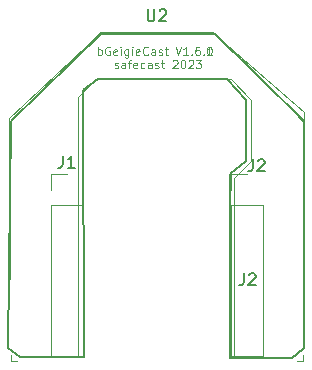
<source format=gto>
<<<<<<< HEAD
G04 #@! TF.GenerationSoftware,KiCad,Pcbnew,7.99.0-unknown-556120554e~172~ubuntu22.04.1*
G04 #@! TF.CreationDate,2023-08-17T23:45:12+09:00*
=======
G04 #@! TF.GenerationSoftware,KiCad,Pcbnew,7.99.0-unknown-4c4bbdc8f3~172~ubuntu22.04.1*
G04 #@! TF.CreationDate,2023-08-08T20:27:13+09:00*
>>>>>>> 19db055ad74dc80f637f43bf08fee7929738abcf
G04 #@! TF.ProjectId,bGeigieCast V1.6.0(StampS3),62476569-6769-4654-9361-73742056312e,rev?*
G04 #@! TF.SameCoordinates,Original*
G04 #@! TF.FileFunction,Legend,Top*
G04 #@! TF.FilePolarity,Positive*
%FSLAX46Y46*%
G04 Gerber Fmt 4.6, Leading zero omitted, Abs format (unit mm)*
<<<<<<< HEAD
G04 Created by KiCad (PCBNEW 7.99.0-unknown-556120554e~172~ubuntu22.04.1) date 2023-08-17 23:45:12*
=======
G04 Created by KiCad (PCBNEW 7.99.0-unknown-4c4bbdc8f3~172~ubuntu22.04.1) date 2023-08-08 20:27:13*
>>>>>>> 19db055ad74dc80f637f43bf08fee7929738abcf
%MOMM*%
%LPD*%
G01*
G04 APERTURE LIST*
%ADD10C,0.100000*%
%ADD11C,0.150000*%
<<<<<<< HEAD
G04 #@! TA.AperFunction,Profile*
%ADD12C,0.150000*%
G04 #@! TD*
G04 APERTURE END LIST*
D10*
X143429334Y-93171153D02*
X143429334Y-92471153D01*
X143429334Y-92737820D02*
X143496001Y-92704486D01*
X143496001Y-92704486D02*
X143629334Y-92704486D01*
X143629334Y-92704486D02*
X143696001Y-92737820D01*
X143696001Y-92737820D02*
X143729334Y-92771153D01*
X143729334Y-92771153D02*
X143762668Y-92837820D01*
X143762668Y-92837820D02*
X143762668Y-93037820D01*
X143762668Y-93037820D02*
X143729334Y-93104486D01*
X143729334Y-93104486D02*
X143696001Y-93137820D01*
X143696001Y-93137820D02*
X143629334Y-93171153D01*
X143629334Y-93171153D02*
X143496001Y-93171153D01*
X143496001Y-93171153D02*
X143429334Y-93137820D01*
X144429334Y-92504486D02*
X144362667Y-92471153D01*
X144362667Y-92471153D02*
X144262667Y-92471153D01*
X144262667Y-92471153D02*
X144162667Y-92504486D01*
X144162667Y-92504486D02*
X144096001Y-92571153D01*
X144096001Y-92571153D02*
X144062667Y-92637820D01*
X144062667Y-92637820D02*
X144029334Y-92771153D01*
X144029334Y-92771153D02*
X144029334Y-92871153D01*
X144029334Y-92871153D02*
X144062667Y-93004486D01*
X144062667Y-93004486D02*
X144096001Y-93071153D01*
X144096001Y-93071153D02*
X144162667Y-93137820D01*
X144162667Y-93137820D02*
X144262667Y-93171153D01*
X144262667Y-93171153D02*
X144329334Y-93171153D01*
X144329334Y-93171153D02*
X144429334Y-93137820D01*
X144429334Y-93137820D02*
X144462667Y-93104486D01*
X144462667Y-93104486D02*
X144462667Y-92871153D01*
X144462667Y-92871153D02*
X144329334Y-92871153D01*
X145029334Y-93137820D02*
X144962667Y-93171153D01*
X144962667Y-93171153D02*
X144829334Y-93171153D01*
X144829334Y-93171153D02*
X144762667Y-93137820D01*
X144762667Y-93137820D02*
X144729334Y-93071153D01*
X144729334Y-93071153D02*
X144729334Y-92804486D01*
X144729334Y-92804486D02*
X144762667Y-92737820D01*
X144762667Y-92737820D02*
X144829334Y-92704486D01*
X144829334Y-92704486D02*
X144962667Y-92704486D01*
X144962667Y-92704486D02*
X145029334Y-92737820D01*
X145029334Y-92737820D02*
X145062667Y-92804486D01*
X145062667Y-92804486D02*
X145062667Y-92871153D01*
X145062667Y-92871153D02*
X144729334Y-92937820D01*
X145362667Y-93171153D02*
X145362667Y-92704486D01*
X145362667Y-92471153D02*
X145329334Y-92504486D01*
X145329334Y-92504486D02*
X145362667Y-92537820D01*
X145362667Y-92537820D02*
X145396001Y-92504486D01*
X145396001Y-92504486D02*
X145362667Y-92471153D01*
X145362667Y-92471153D02*
X145362667Y-92537820D01*
X145996000Y-92704486D02*
X145996000Y-93271153D01*
X145996000Y-93271153D02*
X145962667Y-93337820D01*
X145962667Y-93337820D02*
X145929334Y-93371153D01*
X145929334Y-93371153D02*
X145862667Y-93404486D01*
X145862667Y-93404486D02*
X145762667Y-93404486D01*
X145762667Y-93404486D02*
X145696000Y-93371153D01*
X145996000Y-93137820D02*
X145929334Y-93171153D01*
X145929334Y-93171153D02*
X145796000Y-93171153D01*
X145796000Y-93171153D02*
X145729334Y-93137820D01*
X145729334Y-93137820D02*
X145696000Y-93104486D01*
X145696000Y-93104486D02*
X145662667Y-93037820D01*
X145662667Y-93037820D02*
X145662667Y-92837820D01*
X145662667Y-92837820D02*
X145696000Y-92771153D01*
X145696000Y-92771153D02*
X145729334Y-92737820D01*
X145729334Y-92737820D02*
X145796000Y-92704486D01*
X145796000Y-92704486D02*
X145929334Y-92704486D01*
X145929334Y-92704486D02*
X145996000Y-92737820D01*
X146329333Y-93171153D02*
X146329333Y-92704486D01*
X146329333Y-92471153D02*
X146296000Y-92504486D01*
X146296000Y-92504486D02*
X146329333Y-92537820D01*
X146329333Y-92537820D02*
X146362667Y-92504486D01*
X146362667Y-92504486D02*
X146329333Y-92471153D01*
X146329333Y-92471153D02*
X146329333Y-92537820D01*
X146929333Y-93137820D02*
X146862666Y-93171153D01*
X146862666Y-93171153D02*
X146729333Y-93171153D01*
X146729333Y-93171153D02*
X146662666Y-93137820D01*
X146662666Y-93137820D02*
X146629333Y-93071153D01*
X146629333Y-93071153D02*
X146629333Y-92804486D01*
X146629333Y-92804486D02*
X146662666Y-92737820D01*
X146662666Y-92737820D02*
X146729333Y-92704486D01*
X146729333Y-92704486D02*
X146862666Y-92704486D01*
X146862666Y-92704486D02*
X146929333Y-92737820D01*
X146929333Y-92737820D02*
X146962666Y-92804486D01*
X146962666Y-92804486D02*
X146962666Y-92871153D01*
X146962666Y-92871153D02*
X146629333Y-92937820D01*
X147662666Y-93104486D02*
X147629333Y-93137820D01*
X147629333Y-93137820D02*
X147529333Y-93171153D01*
X147529333Y-93171153D02*
X147462666Y-93171153D01*
X147462666Y-93171153D02*
X147362666Y-93137820D01*
X147362666Y-93137820D02*
X147296000Y-93071153D01*
X147296000Y-93071153D02*
X147262666Y-93004486D01*
X147262666Y-93004486D02*
X147229333Y-92871153D01*
X147229333Y-92871153D02*
X147229333Y-92771153D01*
X147229333Y-92771153D02*
X147262666Y-92637820D01*
X147262666Y-92637820D02*
X147296000Y-92571153D01*
X147296000Y-92571153D02*
X147362666Y-92504486D01*
X147362666Y-92504486D02*
X147462666Y-92471153D01*
X147462666Y-92471153D02*
X147529333Y-92471153D01*
X147529333Y-92471153D02*
X147629333Y-92504486D01*
X147629333Y-92504486D02*
X147662666Y-92537820D01*
X148262666Y-93171153D02*
X148262666Y-92804486D01*
X148262666Y-92804486D02*
X148229333Y-92737820D01*
X148229333Y-92737820D02*
X148162666Y-92704486D01*
X148162666Y-92704486D02*
X148029333Y-92704486D01*
X148029333Y-92704486D02*
X147962666Y-92737820D01*
X148262666Y-93137820D02*
X148196000Y-93171153D01*
X148196000Y-93171153D02*
X148029333Y-93171153D01*
X148029333Y-93171153D02*
X147962666Y-93137820D01*
X147962666Y-93137820D02*
X147929333Y-93071153D01*
X147929333Y-93071153D02*
X147929333Y-93004486D01*
X147929333Y-93004486D02*
X147962666Y-92937820D01*
X147962666Y-92937820D02*
X148029333Y-92904486D01*
X148029333Y-92904486D02*
X148196000Y-92904486D01*
X148196000Y-92904486D02*
X148262666Y-92871153D01*
X148562666Y-93137820D02*
X148629333Y-93171153D01*
X148629333Y-93171153D02*
X148762666Y-93171153D01*
X148762666Y-93171153D02*
X148829333Y-93137820D01*
X148829333Y-93137820D02*
X148862666Y-93071153D01*
X148862666Y-93071153D02*
X148862666Y-93037820D01*
X148862666Y-93037820D02*
X148829333Y-92971153D01*
X148829333Y-92971153D02*
X148762666Y-92937820D01*
X148762666Y-92937820D02*
X148662666Y-92937820D01*
X148662666Y-92937820D02*
X148595999Y-92904486D01*
X148595999Y-92904486D02*
X148562666Y-92837820D01*
X148562666Y-92837820D02*
X148562666Y-92804486D01*
X148562666Y-92804486D02*
X148595999Y-92737820D01*
X148595999Y-92737820D02*
X148662666Y-92704486D01*
X148662666Y-92704486D02*
X148762666Y-92704486D01*
X148762666Y-92704486D02*
X148829333Y-92737820D01*
X149062666Y-92704486D02*
X149329333Y-92704486D01*
X149162666Y-92471153D02*
X149162666Y-93071153D01*
X149162666Y-93071153D02*
X149196000Y-93137820D01*
X149196000Y-93137820D02*
X149262666Y-93171153D01*
X149262666Y-93171153D02*
X149329333Y-93171153D01*
X149995999Y-92471153D02*
X150229333Y-93171153D01*
X150229333Y-93171153D02*
X150462666Y-92471153D01*
X151062666Y-93171153D02*
X150662666Y-93171153D01*
X150862666Y-93171153D02*
X150862666Y-92471153D01*
X150862666Y-92471153D02*
X150795999Y-92571153D01*
X150795999Y-92571153D02*
X150729333Y-92637820D01*
X150729333Y-92637820D02*
X150662666Y-92671153D01*
X151362666Y-93104486D02*
X151396000Y-93137820D01*
X151396000Y-93137820D02*
X151362666Y-93171153D01*
X151362666Y-93171153D02*
X151329333Y-93137820D01*
X151329333Y-93137820D02*
X151362666Y-93104486D01*
X151362666Y-93104486D02*
X151362666Y-93171153D01*
X151995999Y-92471153D02*
X151862666Y-92471153D01*
X151862666Y-92471153D02*
X151795999Y-92504486D01*
X151795999Y-92504486D02*
X151762666Y-92537820D01*
X151762666Y-92537820D02*
X151695999Y-92637820D01*
X151695999Y-92637820D02*
X151662666Y-92771153D01*
X151662666Y-92771153D02*
X151662666Y-93037820D01*
X151662666Y-93037820D02*
X151695999Y-93104486D01*
X151695999Y-93104486D02*
X151729333Y-93137820D01*
X151729333Y-93137820D02*
X151795999Y-93171153D01*
X151795999Y-93171153D02*
X151929333Y-93171153D01*
X151929333Y-93171153D02*
X151995999Y-93137820D01*
X151995999Y-93137820D02*
X152029333Y-93104486D01*
X152029333Y-93104486D02*
X152062666Y-93037820D01*
X152062666Y-93037820D02*
X152062666Y-92871153D01*
X152062666Y-92871153D02*
X152029333Y-92804486D01*
X152029333Y-92804486D02*
X151995999Y-92771153D01*
X151995999Y-92771153D02*
X151929333Y-92737820D01*
X151929333Y-92737820D02*
X151795999Y-92737820D01*
X151795999Y-92737820D02*
X151729333Y-92771153D01*
X151729333Y-92771153D02*
X151695999Y-92804486D01*
X151695999Y-92804486D02*
X151662666Y-92871153D01*
X152362666Y-93104486D02*
X152396000Y-93137820D01*
X152396000Y-93137820D02*
X152362666Y-93171153D01*
X152362666Y-93171153D02*
X152329333Y-93137820D01*
X152329333Y-93137820D02*
X152362666Y-93104486D01*
X152362666Y-93104486D02*
X152362666Y-93171153D01*
X153062666Y-93171153D02*
X152662666Y-93171153D01*
X152862666Y-93171153D02*
X152862666Y-92471153D01*
X152862666Y-92471153D02*
X152795999Y-92571153D01*
X152795999Y-92571153D02*
X152729333Y-92637820D01*
X152729333Y-92637820D02*
X152662666Y-92671153D01*
X144829333Y-94264781D02*
X144896000Y-94298114D01*
X144896000Y-94298114D02*
X145029333Y-94298114D01*
X145029333Y-94298114D02*
X145096000Y-94264781D01*
X145096000Y-94264781D02*
X145129333Y-94198114D01*
X145129333Y-94198114D02*
X145129333Y-94164781D01*
X145129333Y-94164781D02*
X145096000Y-94098114D01*
X145096000Y-94098114D02*
X145029333Y-94064781D01*
X145029333Y-94064781D02*
X144929333Y-94064781D01*
X144929333Y-94064781D02*
X144862666Y-94031447D01*
X144862666Y-94031447D02*
X144829333Y-93964781D01*
X144829333Y-93964781D02*
X144829333Y-93931447D01*
X144829333Y-93931447D02*
X144862666Y-93864781D01*
X144862666Y-93864781D02*
X144929333Y-93831447D01*
X144929333Y-93831447D02*
X145029333Y-93831447D01*
X145029333Y-93831447D02*
X145096000Y-93864781D01*
X145729333Y-94298114D02*
X145729333Y-93931447D01*
X145729333Y-93931447D02*
X145696000Y-93864781D01*
X145696000Y-93864781D02*
X145629333Y-93831447D01*
X145629333Y-93831447D02*
X145496000Y-93831447D01*
X145496000Y-93831447D02*
X145429333Y-93864781D01*
X145729333Y-94264781D02*
X145662667Y-94298114D01*
X145662667Y-94298114D02*
X145496000Y-94298114D01*
X145496000Y-94298114D02*
X145429333Y-94264781D01*
X145429333Y-94264781D02*
X145396000Y-94198114D01*
X145396000Y-94198114D02*
X145396000Y-94131447D01*
X145396000Y-94131447D02*
X145429333Y-94064781D01*
X145429333Y-94064781D02*
X145496000Y-94031447D01*
X145496000Y-94031447D02*
X145662667Y-94031447D01*
X145662667Y-94031447D02*
X145729333Y-93998114D01*
X145962666Y-93831447D02*
X146229333Y-93831447D01*
X146062666Y-94298114D02*
X146062666Y-93698114D01*
X146062666Y-93698114D02*
X146096000Y-93631447D01*
X146096000Y-93631447D02*
X146162666Y-93598114D01*
X146162666Y-93598114D02*
X146229333Y-93598114D01*
X146729333Y-94264781D02*
X146662666Y-94298114D01*
X146662666Y-94298114D02*
X146529333Y-94298114D01*
X146529333Y-94298114D02*
X146462666Y-94264781D01*
X146462666Y-94264781D02*
X146429333Y-94198114D01*
X146429333Y-94198114D02*
X146429333Y-93931447D01*
X146429333Y-93931447D02*
X146462666Y-93864781D01*
X146462666Y-93864781D02*
X146529333Y-93831447D01*
X146529333Y-93831447D02*
X146662666Y-93831447D01*
X146662666Y-93831447D02*
X146729333Y-93864781D01*
X146729333Y-93864781D02*
X146762666Y-93931447D01*
X146762666Y-93931447D02*
X146762666Y-93998114D01*
X146762666Y-93998114D02*
X146429333Y-94064781D01*
X147362666Y-94264781D02*
X147296000Y-94298114D01*
X147296000Y-94298114D02*
X147162666Y-94298114D01*
X147162666Y-94298114D02*
X147096000Y-94264781D01*
X147096000Y-94264781D02*
X147062666Y-94231447D01*
X147062666Y-94231447D02*
X147029333Y-94164781D01*
X147029333Y-94164781D02*
X147029333Y-93964781D01*
X147029333Y-93964781D02*
X147062666Y-93898114D01*
X147062666Y-93898114D02*
X147096000Y-93864781D01*
X147096000Y-93864781D02*
X147162666Y-93831447D01*
X147162666Y-93831447D02*
X147296000Y-93831447D01*
X147296000Y-93831447D02*
X147362666Y-93864781D01*
X147962666Y-94298114D02*
X147962666Y-93931447D01*
X147962666Y-93931447D02*
X147929333Y-93864781D01*
X147929333Y-93864781D02*
X147862666Y-93831447D01*
X147862666Y-93831447D02*
X147729333Y-93831447D01*
X147729333Y-93831447D02*
X147662666Y-93864781D01*
X147962666Y-94264781D02*
X147896000Y-94298114D01*
X147896000Y-94298114D02*
X147729333Y-94298114D01*
X147729333Y-94298114D02*
X147662666Y-94264781D01*
X147662666Y-94264781D02*
X147629333Y-94198114D01*
X147629333Y-94198114D02*
X147629333Y-94131447D01*
X147629333Y-94131447D02*
X147662666Y-94064781D01*
X147662666Y-94064781D02*
X147729333Y-94031447D01*
X147729333Y-94031447D02*
X147896000Y-94031447D01*
X147896000Y-94031447D02*
X147962666Y-93998114D01*
X148262666Y-94264781D02*
X148329333Y-94298114D01*
X148329333Y-94298114D02*
X148462666Y-94298114D01*
X148462666Y-94298114D02*
X148529333Y-94264781D01*
X148529333Y-94264781D02*
X148562666Y-94198114D01*
X148562666Y-94198114D02*
X148562666Y-94164781D01*
X148562666Y-94164781D02*
X148529333Y-94098114D01*
X148529333Y-94098114D02*
X148462666Y-94064781D01*
X148462666Y-94064781D02*
X148362666Y-94064781D01*
X148362666Y-94064781D02*
X148295999Y-94031447D01*
X148295999Y-94031447D02*
X148262666Y-93964781D01*
X148262666Y-93964781D02*
X148262666Y-93931447D01*
X148262666Y-93931447D02*
X148295999Y-93864781D01*
X148295999Y-93864781D02*
X148362666Y-93831447D01*
X148362666Y-93831447D02*
X148462666Y-93831447D01*
X148462666Y-93831447D02*
X148529333Y-93864781D01*
X148762666Y-93831447D02*
X149029333Y-93831447D01*
X148862666Y-93598114D02*
X148862666Y-94198114D01*
X148862666Y-94198114D02*
X148896000Y-94264781D01*
X148896000Y-94264781D02*
X148962666Y-94298114D01*
X148962666Y-94298114D02*
X149029333Y-94298114D01*
X149762666Y-93664781D02*
X149795999Y-93631447D01*
X149795999Y-93631447D02*
X149862666Y-93598114D01*
X149862666Y-93598114D02*
X150029333Y-93598114D01*
X150029333Y-93598114D02*
X150095999Y-93631447D01*
X150095999Y-93631447D02*
X150129333Y-93664781D01*
X150129333Y-93664781D02*
X150162666Y-93731447D01*
X150162666Y-93731447D02*
X150162666Y-93798114D01*
X150162666Y-93798114D02*
X150129333Y-93898114D01*
X150129333Y-93898114D02*
X149729333Y-94298114D01*
X149729333Y-94298114D02*
X150162666Y-94298114D01*
X150596000Y-93598114D02*
X150662666Y-93598114D01*
X150662666Y-93598114D02*
X150729333Y-93631447D01*
X150729333Y-93631447D02*
X150762666Y-93664781D01*
X150762666Y-93664781D02*
X150796000Y-93731447D01*
X150796000Y-93731447D02*
X150829333Y-93864781D01*
X150829333Y-93864781D02*
X150829333Y-94031447D01*
X150829333Y-94031447D02*
X150796000Y-94164781D01*
X150796000Y-94164781D02*
X150762666Y-94231447D01*
X150762666Y-94231447D02*
X150729333Y-94264781D01*
X150729333Y-94264781D02*
X150662666Y-94298114D01*
X150662666Y-94298114D02*
X150596000Y-94298114D01*
X150596000Y-94298114D02*
X150529333Y-94264781D01*
X150529333Y-94264781D02*
X150496000Y-94231447D01*
X150496000Y-94231447D02*
X150462666Y-94164781D01*
X150462666Y-94164781D02*
X150429333Y-94031447D01*
X150429333Y-94031447D02*
X150429333Y-93864781D01*
X150429333Y-93864781D02*
X150462666Y-93731447D01*
X150462666Y-93731447D02*
X150496000Y-93664781D01*
X150496000Y-93664781D02*
X150529333Y-93631447D01*
X150529333Y-93631447D02*
X150596000Y-93598114D01*
X151096000Y-93664781D02*
X151129333Y-93631447D01*
X151129333Y-93631447D02*
X151196000Y-93598114D01*
X151196000Y-93598114D02*
X151362667Y-93598114D01*
X151362667Y-93598114D02*
X151429333Y-93631447D01*
X151429333Y-93631447D02*
X151462667Y-93664781D01*
X151462667Y-93664781D02*
X151496000Y-93731447D01*
X151496000Y-93731447D02*
X151496000Y-93798114D01*
X151496000Y-93798114D02*
X151462667Y-93898114D01*
X151462667Y-93898114D02*
X151062667Y-94298114D01*
X151062667Y-94298114D02*
X151496000Y-94298114D01*
X151729334Y-93598114D02*
X152162667Y-93598114D01*
X152162667Y-93598114D02*
X151929334Y-93864781D01*
X151929334Y-93864781D02*
X152029334Y-93864781D01*
X152029334Y-93864781D02*
X152096000Y-93898114D01*
X152096000Y-93898114D02*
X152129334Y-93931447D01*
X152129334Y-93931447D02*
X152162667Y-93998114D01*
X152162667Y-93998114D02*
X152162667Y-94164781D01*
X152162667Y-94164781D02*
X152129334Y-94231447D01*
X152129334Y-94231447D02*
X152096000Y-94264781D01*
X152096000Y-94264781D02*
X152029334Y-94298114D01*
X152029334Y-94298114D02*
X151829334Y-94298114D01*
X151829334Y-94298114D02*
X151762667Y-94264781D01*
X151762667Y-94264781D02*
X151729334Y-94231447D01*
D11*
=======
%ADD12C,0.120000*%
G04 #@! TA.AperFunction,Profile*
%ADD13C,0.150000*%
G04 #@! TD*
G04 APERTURE END LIST*
D10*
X143429334Y-93171133D02*
X143429334Y-92471133D01*
X143429334Y-92737800D02*
X143496001Y-92704466D01*
X143496001Y-92704466D02*
X143629334Y-92704466D01*
X143629334Y-92704466D02*
X143696001Y-92737800D01*
X143696001Y-92737800D02*
X143729334Y-92771133D01*
X143729334Y-92771133D02*
X143762668Y-92837800D01*
X143762668Y-92837800D02*
X143762668Y-93037800D01*
X143762668Y-93037800D02*
X143729334Y-93104466D01*
X143729334Y-93104466D02*
X143696001Y-93137800D01*
X143696001Y-93137800D02*
X143629334Y-93171133D01*
X143629334Y-93171133D02*
X143496001Y-93171133D01*
X143496001Y-93171133D02*
X143429334Y-93137800D01*
X144429334Y-92504466D02*
X144362667Y-92471133D01*
X144362667Y-92471133D02*
X144262667Y-92471133D01*
X144262667Y-92471133D02*
X144162667Y-92504466D01*
X144162667Y-92504466D02*
X144096001Y-92571133D01*
X144096001Y-92571133D02*
X144062667Y-92637800D01*
X144062667Y-92637800D02*
X144029334Y-92771133D01*
X144029334Y-92771133D02*
X144029334Y-92871133D01*
X144029334Y-92871133D02*
X144062667Y-93004466D01*
X144062667Y-93004466D02*
X144096001Y-93071133D01*
X144096001Y-93071133D02*
X144162667Y-93137800D01*
X144162667Y-93137800D02*
X144262667Y-93171133D01*
X144262667Y-93171133D02*
X144329334Y-93171133D01*
X144329334Y-93171133D02*
X144429334Y-93137800D01*
X144429334Y-93137800D02*
X144462667Y-93104466D01*
X144462667Y-93104466D02*
X144462667Y-92871133D01*
X144462667Y-92871133D02*
X144329334Y-92871133D01*
X145029334Y-93137800D02*
X144962667Y-93171133D01*
X144962667Y-93171133D02*
X144829334Y-93171133D01*
X144829334Y-93171133D02*
X144762667Y-93137800D01*
X144762667Y-93137800D02*
X144729334Y-93071133D01*
X144729334Y-93071133D02*
X144729334Y-92804466D01*
X144729334Y-92804466D02*
X144762667Y-92737800D01*
X144762667Y-92737800D02*
X144829334Y-92704466D01*
X144829334Y-92704466D02*
X144962667Y-92704466D01*
X144962667Y-92704466D02*
X145029334Y-92737800D01*
X145029334Y-92737800D02*
X145062667Y-92804466D01*
X145062667Y-92804466D02*
X145062667Y-92871133D01*
X145062667Y-92871133D02*
X144729334Y-92937800D01*
X145362667Y-93171133D02*
X145362667Y-92704466D01*
X145362667Y-92471133D02*
X145329334Y-92504466D01*
X145329334Y-92504466D02*
X145362667Y-92537800D01*
X145362667Y-92537800D02*
X145396001Y-92504466D01*
X145396001Y-92504466D02*
X145362667Y-92471133D01*
X145362667Y-92471133D02*
X145362667Y-92537800D01*
X145996000Y-92704466D02*
X145996000Y-93271133D01*
X145996000Y-93271133D02*
X145962667Y-93337800D01*
X145962667Y-93337800D02*
X145929334Y-93371133D01*
X145929334Y-93371133D02*
X145862667Y-93404466D01*
X145862667Y-93404466D02*
X145762667Y-93404466D01*
X145762667Y-93404466D02*
X145696000Y-93371133D01*
X145996000Y-93137800D02*
X145929334Y-93171133D01*
X145929334Y-93171133D02*
X145796000Y-93171133D01*
X145796000Y-93171133D02*
X145729334Y-93137800D01*
X145729334Y-93137800D02*
X145696000Y-93104466D01*
X145696000Y-93104466D02*
X145662667Y-93037800D01*
X145662667Y-93037800D02*
X145662667Y-92837800D01*
X145662667Y-92837800D02*
X145696000Y-92771133D01*
X145696000Y-92771133D02*
X145729334Y-92737800D01*
X145729334Y-92737800D02*
X145796000Y-92704466D01*
X145796000Y-92704466D02*
X145929334Y-92704466D01*
X145929334Y-92704466D02*
X145996000Y-92737800D01*
X146329333Y-93171133D02*
X146329333Y-92704466D01*
X146329333Y-92471133D02*
X146296000Y-92504466D01*
X146296000Y-92504466D02*
X146329333Y-92537800D01*
X146329333Y-92537800D02*
X146362667Y-92504466D01*
X146362667Y-92504466D02*
X146329333Y-92471133D01*
X146329333Y-92471133D02*
X146329333Y-92537800D01*
X146929333Y-93137800D02*
X146862666Y-93171133D01*
X146862666Y-93171133D02*
X146729333Y-93171133D01*
X146729333Y-93171133D02*
X146662666Y-93137800D01*
X146662666Y-93137800D02*
X146629333Y-93071133D01*
X146629333Y-93071133D02*
X146629333Y-92804466D01*
X146629333Y-92804466D02*
X146662666Y-92737800D01*
X146662666Y-92737800D02*
X146729333Y-92704466D01*
X146729333Y-92704466D02*
X146862666Y-92704466D01*
X146862666Y-92704466D02*
X146929333Y-92737800D01*
X146929333Y-92737800D02*
X146962666Y-92804466D01*
X146962666Y-92804466D02*
X146962666Y-92871133D01*
X146962666Y-92871133D02*
X146629333Y-92937800D01*
X147662666Y-93104466D02*
X147629333Y-93137800D01*
X147629333Y-93137800D02*
X147529333Y-93171133D01*
X147529333Y-93171133D02*
X147462666Y-93171133D01*
X147462666Y-93171133D02*
X147362666Y-93137800D01*
X147362666Y-93137800D02*
X147296000Y-93071133D01*
X147296000Y-93071133D02*
X147262666Y-93004466D01*
X147262666Y-93004466D02*
X147229333Y-92871133D01*
X147229333Y-92871133D02*
X147229333Y-92771133D01*
X147229333Y-92771133D02*
X147262666Y-92637800D01*
X147262666Y-92637800D02*
X147296000Y-92571133D01*
X147296000Y-92571133D02*
X147362666Y-92504466D01*
X147362666Y-92504466D02*
X147462666Y-92471133D01*
X147462666Y-92471133D02*
X147529333Y-92471133D01*
X147529333Y-92471133D02*
X147629333Y-92504466D01*
X147629333Y-92504466D02*
X147662666Y-92537800D01*
X148262666Y-93171133D02*
X148262666Y-92804466D01*
X148262666Y-92804466D02*
X148229333Y-92737800D01*
X148229333Y-92737800D02*
X148162666Y-92704466D01*
X148162666Y-92704466D02*
X148029333Y-92704466D01*
X148029333Y-92704466D02*
X147962666Y-92737800D01*
X148262666Y-93137800D02*
X148196000Y-93171133D01*
X148196000Y-93171133D02*
X148029333Y-93171133D01*
X148029333Y-93171133D02*
X147962666Y-93137800D01*
X147962666Y-93137800D02*
X147929333Y-93071133D01*
X147929333Y-93071133D02*
X147929333Y-93004466D01*
X147929333Y-93004466D02*
X147962666Y-92937800D01*
X147962666Y-92937800D02*
X148029333Y-92904466D01*
X148029333Y-92904466D02*
X148196000Y-92904466D01*
X148196000Y-92904466D02*
X148262666Y-92871133D01*
X148562666Y-93137800D02*
X148629333Y-93171133D01*
X148629333Y-93171133D02*
X148762666Y-93171133D01*
X148762666Y-93171133D02*
X148829333Y-93137800D01*
X148829333Y-93137800D02*
X148862666Y-93071133D01*
X148862666Y-93071133D02*
X148862666Y-93037800D01*
X148862666Y-93037800D02*
X148829333Y-92971133D01*
X148829333Y-92971133D02*
X148762666Y-92937800D01*
X148762666Y-92937800D02*
X148662666Y-92937800D01*
X148662666Y-92937800D02*
X148595999Y-92904466D01*
X148595999Y-92904466D02*
X148562666Y-92837800D01*
X148562666Y-92837800D02*
X148562666Y-92804466D01*
X148562666Y-92804466D02*
X148595999Y-92737800D01*
X148595999Y-92737800D02*
X148662666Y-92704466D01*
X148662666Y-92704466D02*
X148762666Y-92704466D01*
X148762666Y-92704466D02*
X148829333Y-92737800D01*
X149062666Y-92704466D02*
X149329333Y-92704466D01*
X149162666Y-92471133D02*
X149162666Y-93071133D01*
X149162666Y-93071133D02*
X149196000Y-93137800D01*
X149196000Y-93137800D02*
X149262666Y-93171133D01*
X149262666Y-93171133D02*
X149329333Y-93171133D01*
X149995999Y-92471133D02*
X150229333Y-93171133D01*
X150229333Y-93171133D02*
X150462666Y-92471133D01*
X151062666Y-93171133D02*
X150662666Y-93171133D01*
X150862666Y-93171133D02*
X150862666Y-92471133D01*
X150862666Y-92471133D02*
X150795999Y-92571133D01*
X150795999Y-92571133D02*
X150729333Y-92637800D01*
X150729333Y-92637800D02*
X150662666Y-92671133D01*
X151362666Y-93104466D02*
X151396000Y-93137800D01*
X151396000Y-93137800D02*
X151362666Y-93171133D01*
X151362666Y-93171133D02*
X151329333Y-93137800D01*
X151329333Y-93137800D02*
X151362666Y-93104466D01*
X151362666Y-93104466D02*
X151362666Y-93171133D01*
X151995999Y-92471133D02*
X151862666Y-92471133D01*
X151862666Y-92471133D02*
X151795999Y-92504466D01*
X151795999Y-92504466D02*
X151762666Y-92537800D01*
X151762666Y-92537800D02*
X151695999Y-92637800D01*
X151695999Y-92637800D02*
X151662666Y-92771133D01*
X151662666Y-92771133D02*
X151662666Y-93037800D01*
X151662666Y-93037800D02*
X151695999Y-93104466D01*
X151695999Y-93104466D02*
X151729333Y-93137800D01*
X151729333Y-93137800D02*
X151795999Y-93171133D01*
X151795999Y-93171133D02*
X151929333Y-93171133D01*
X151929333Y-93171133D02*
X151995999Y-93137800D01*
X151995999Y-93137800D02*
X152029333Y-93104466D01*
X152029333Y-93104466D02*
X152062666Y-93037800D01*
X152062666Y-93037800D02*
X152062666Y-92871133D01*
X152062666Y-92871133D02*
X152029333Y-92804466D01*
X152029333Y-92804466D02*
X151995999Y-92771133D01*
X151995999Y-92771133D02*
X151929333Y-92737800D01*
X151929333Y-92737800D02*
X151795999Y-92737800D01*
X151795999Y-92737800D02*
X151729333Y-92771133D01*
X151729333Y-92771133D02*
X151695999Y-92804466D01*
X151695999Y-92804466D02*
X151662666Y-92871133D01*
X152362666Y-93104466D02*
X152396000Y-93137800D01*
X152396000Y-93137800D02*
X152362666Y-93171133D01*
X152362666Y-93171133D02*
X152329333Y-93137800D01*
X152329333Y-93137800D02*
X152362666Y-93104466D01*
X152362666Y-93104466D02*
X152362666Y-93171133D01*
X152829333Y-92471133D02*
X152895999Y-92471133D01*
X152895999Y-92471133D02*
X152962666Y-92504466D01*
X152962666Y-92504466D02*
X152995999Y-92537800D01*
X152995999Y-92537800D02*
X153029333Y-92604466D01*
X153029333Y-92604466D02*
X153062666Y-92737800D01*
X153062666Y-92737800D02*
X153062666Y-92904466D01*
X153062666Y-92904466D02*
X153029333Y-93037800D01*
X153029333Y-93037800D02*
X152995999Y-93104466D01*
X152995999Y-93104466D02*
X152962666Y-93137800D01*
X152962666Y-93137800D02*
X152895999Y-93171133D01*
X152895999Y-93171133D02*
X152829333Y-93171133D01*
X152829333Y-93171133D02*
X152762666Y-93137800D01*
X152762666Y-93137800D02*
X152729333Y-93104466D01*
X152729333Y-93104466D02*
X152695999Y-93037800D01*
X152695999Y-93037800D02*
X152662666Y-92904466D01*
X152662666Y-92904466D02*
X152662666Y-92737800D01*
X152662666Y-92737800D02*
X152695999Y-92604466D01*
X152695999Y-92604466D02*
X152729333Y-92537800D01*
X152729333Y-92537800D02*
X152762666Y-92504466D01*
X152762666Y-92504466D02*
X152829333Y-92471133D01*
X144829333Y-94264800D02*
X144896000Y-94298133D01*
X144896000Y-94298133D02*
X145029333Y-94298133D01*
X145029333Y-94298133D02*
X145096000Y-94264800D01*
X145096000Y-94264800D02*
X145129333Y-94198133D01*
X145129333Y-94198133D02*
X145129333Y-94164800D01*
X145129333Y-94164800D02*
X145096000Y-94098133D01*
X145096000Y-94098133D02*
X145029333Y-94064800D01*
X145029333Y-94064800D02*
X144929333Y-94064800D01*
X144929333Y-94064800D02*
X144862666Y-94031466D01*
X144862666Y-94031466D02*
X144829333Y-93964800D01*
X144829333Y-93964800D02*
X144829333Y-93931466D01*
X144829333Y-93931466D02*
X144862666Y-93864800D01*
X144862666Y-93864800D02*
X144929333Y-93831466D01*
X144929333Y-93831466D02*
X145029333Y-93831466D01*
X145029333Y-93831466D02*
X145096000Y-93864800D01*
X145729333Y-94298133D02*
X145729333Y-93931466D01*
X145729333Y-93931466D02*
X145696000Y-93864800D01*
X145696000Y-93864800D02*
X145629333Y-93831466D01*
X145629333Y-93831466D02*
X145496000Y-93831466D01*
X145496000Y-93831466D02*
X145429333Y-93864800D01*
X145729333Y-94264800D02*
X145662667Y-94298133D01*
X145662667Y-94298133D02*
X145496000Y-94298133D01*
X145496000Y-94298133D02*
X145429333Y-94264800D01*
X145429333Y-94264800D02*
X145396000Y-94198133D01*
X145396000Y-94198133D02*
X145396000Y-94131466D01*
X145396000Y-94131466D02*
X145429333Y-94064800D01*
X145429333Y-94064800D02*
X145496000Y-94031466D01*
X145496000Y-94031466D02*
X145662667Y-94031466D01*
X145662667Y-94031466D02*
X145729333Y-93998133D01*
X145962666Y-93831466D02*
X146229333Y-93831466D01*
X146062666Y-94298133D02*
X146062666Y-93698133D01*
X146062666Y-93698133D02*
X146096000Y-93631466D01*
X146096000Y-93631466D02*
X146162666Y-93598133D01*
X146162666Y-93598133D02*
X146229333Y-93598133D01*
X146729333Y-94264800D02*
X146662666Y-94298133D01*
X146662666Y-94298133D02*
X146529333Y-94298133D01*
X146529333Y-94298133D02*
X146462666Y-94264800D01*
X146462666Y-94264800D02*
X146429333Y-94198133D01*
X146429333Y-94198133D02*
X146429333Y-93931466D01*
X146429333Y-93931466D02*
X146462666Y-93864800D01*
X146462666Y-93864800D02*
X146529333Y-93831466D01*
X146529333Y-93831466D02*
X146662666Y-93831466D01*
X146662666Y-93831466D02*
X146729333Y-93864800D01*
X146729333Y-93864800D02*
X146762666Y-93931466D01*
X146762666Y-93931466D02*
X146762666Y-93998133D01*
X146762666Y-93998133D02*
X146429333Y-94064800D01*
X147362666Y-94264800D02*
X147296000Y-94298133D01*
X147296000Y-94298133D02*
X147162666Y-94298133D01*
X147162666Y-94298133D02*
X147096000Y-94264800D01*
X147096000Y-94264800D02*
X147062666Y-94231466D01*
X147062666Y-94231466D02*
X147029333Y-94164800D01*
X147029333Y-94164800D02*
X147029333Y-93964800D01*
X147029333Y-93964800D02*
X147062666Y-93898133D01*
X147062666Y-93898133D02*
X147096000Y-93864800D01*
X147096000Y-93864800D02*
X147162666Y-93831466D01*
X147162666Y-93831466D02*
X147296000Y-93831466D01*
X147296000Y-93831466D02*
X147362666Y-93864800D01*
X147962666Y-94298133D02*
X147962666Y-93931466D01*
X147962666Y-93931466D02*
X147929333Y-93864800D01*
X147929333Y-93864800D02*
X147862666Y-93831466D01*
X147862666Y-93831466D02*
X147729333Y-93831466D01*
X147729333Y-93831466D02*
X147662666Y-93864800D01*
X147962666Y-94264800D02*
X147896000Y-94298133D01*
X147896000Y-94298133D02*
X147729333Y-94298133D01*
X147729333Y-94298133D02*
X147662666Y-94264800D01*
X147662666Y-94264800D02*
X147629333Y-94198133D01*
X147629333Y-94198133D02*
X147629333Y-94131466D01*
X147629333Y-94131466D02*
X147662666Y-94064800D01*
X147662666Y-94064800D02*
X147729333Y-94031466D01*
X147729333Y-94031466D02*
X147896000Y-94031466D01*
X147896000Y-94031466D02*
X147962666Y-93998133D01*
X148262666Y-94264800D02*
X148329333Y-94298133D01*
X148329333Y-94298133D02*
X148462666Y-94298133D01*
X148462666Y-94298133D02*
X148529333Y-94264800D01*
X148529333Y-94264800D02*
X148562666Y-94198133D01*
X148562666Y-94198133D02*
X148562666Y-94164800D01*
X148562666Y-94164800D02*
X148529333Y-94098133D01*
X148529333Y-94098133D02*
X148462666Y-94064800D01*
X148462666Y-94064800D02*
X148362666Y-94064800D01*
X148362666Y-94064800D02*
X148295999Y-94031466D01*
X148295999Y-94031466D02*
X148262666Y-93964800D01*
X148262666Y-93964800D02*
X148262666Y-93931466D01*
X148262666Y-93931466D02*
X148295999Y-93864800D01*
X148295999Y-93864800D02*
X148362666Y-93831466D01*
X148362666Y-93831466D02*
X148462666Y-93831466D01*
X148462666Y-93831466D02*
X148529333Y-93864800D01*
X148762666Y-93831466D02*
X149029333Y-93831466D01*
X148862666Y-93598133D02*
X148862666Y-94198133D01*
X148862666Y-94198133D02*
X148896000Y-94264800D01*
X148896000Y-94264800D02*
X148962666Y-94298133D01*
X148962666Y-94298133D02*
X149029333Y-94298133D01*
X149762666Y-93664800D02*
X149795999Y-93631466D01*
X149795999Y-93631466D02*
X149862666Y-93598133D01*
X149862666Y-93598133D02*
X150029333Y-93598133D01*
X150029333Y-93598133D02*
X150095999Y-93631466D01*
X150095999Y-93631466D02*
X150129333Y-93664800D01*
X150129333Y-93664800D02*
X150162666Y-93731466D01*
X150162666Y-93731466D02*
X150162666Y-93798133D01*
X150162666Y-93798133D02*
X150129333Y-93898133D01*
X150129333Y-93898133D02*
X149729333Y-94298133D01*
X149729333Y-94298133D02*
X150162666Y-94298133D01*
X150596000Y-93598133D02*
X150662666Y-93598133D01*
X150662666Y-93598133D02*
X150729333Y-93631466D01*
X150729333Y-93631466D02*
X150762666Y-93664800D01*
X150762666Y-93664800D02*
X150796000Y-93731466D01*
X150796000Y-93731466D02*
X150829333Y-93864800D01*
X150829333Y-93864800D02*
X150829333Y-94031466D01*
X150829333Y-94031466D02*
X150796000Y-94164800D01*
X150796000Y-94164800D02*
X150762666Y-94231466D01*
X150762666Y-94231466D02*
X150729333Y-94264800D01*
X150729333Y-94264800D02*
X150662666Y-94298133D01*
X150662666Y-94298133D02*
X150596000Y-94298133D01*
X150596000Y-94298133D02*
X150529333Y-94264800D01*
X150529333Y-94264800D02*
X150496000Y-94231466D01*
X150496000Y-94231466D02*
X150462666Y-94164800D01*
X150462666Y-94164800D02*
X150429333Y-94031466D01*
X150429333Y-94031466D02*
X150429333Y-93864800D01*
X150429333Y-93864800D02*
X150462666Y-93731466D01*
X150462666Y-93731466D02*
X150496000Y-93664800D01*
X150496000Y-93664800D02*
X150529333Y-93631466D01*
X150529333Y-93631466D02*
X150596000Y-93598133D01*
X151096000Y-93664800D02*
X151129333Y-93631466D01*
X151129333Y-93631466D02*
X151196000Y-93598133D01*
X151196000Y-93598133D02*
X151362667Y-93598133D01*
X151362667Y-93598133D02*
X151429333Y-93631466D01*
X151429333Y-93631466D02*
X151462667Y-93664800D01*
X151462667Y-93664800D02*
X151496000Y-93731466D01*
X151496000Y-93731466D02*
X151496000Y-93798133D01*
X151496000Y-93798133D02*
X151462667Y-93898133D01*
X151462667Y-93898133D02*
X151062667Y-94298133D01*
X151062667Y-94298133D02*
X151496000Y-94298133D01*
X151729334Y-93598133D02*
X152162667Y-93598133D01*
X152162667Y-93598133D02*
X151929334Y-93864800D01*
X151929334Y-93864800D02*
X152029334Y-93864800D01*
X152029334Y-93864800D02*
X152096000Y-93898133D01*
X152096000Y-93898133D02*
X152129334Y-93931466D01*
X152129334Y-93931466D02*
X152162667Y-93998133D01*
X152162667Y-93998133D02*
X152162667Y-94164800D01*
X152162667Y-94164800D02*
X152129334Y-94231466D01*
X152129334Y-94231466D02*
X152096000Y-94264800D01*
X152096000Y-94264800D02*
X152029334Y-94298133D01*
X152029334Y-94298133D02*
X151829334Y-94298133D01*
X151829334Y-94298133D02*
X151762667Y-94264800D01*
X151762667Y-94264800D02*
X151729334Y-94231466D01*
D11*
X156544666Y-102014819D02*
X156544666Y-102729104D01*
X156544666Y-102729104D02*
X156497047Y-102871961D01*
X156497047Y-102871961D02*
X156401809Y-102967200D01*
X156401809Y-102967200D02*
X156258952Y-103014819D01*
X156258952Y-103014819D02*
X156163714Y-103014819D01*
X156973238Y-102110057D02*
X157020857Y-102062438D01*
X157020857Y-102062438D02*
X157116095Y-102014819D01*
X157116095Y-102014819D02*
X157354190Y-102014819D01*
X157354190Y-102014819D02*
X157449428Y-102062438D01*
X157449428Y-102062438D02*
X157497047Y-102110057D01*
X157497047Y-102110057D02*
X157544666Y-102205295D01*
X157544666Y-102205295D02*
X157544666Y-102300533D01*
X157544666Y-102300533D02*
X157497047Y-102443390D01*
X157497047Y-102443390D02*
X156925619Y-103014819D01*
X156925619Y-103014819D02*
X157544666Y-103014819D01*
X140462666Y-101716819D02*
X140462666Y-102431104D01*
X140462666Y-102431104D02*
X140415047Y-102573961D01*
X140415047Y-102573961D02*
X140319809Y-102669200D01*
X140319809Y-102669200D02*
X140176952Y-102716819D01*
X140176952Y-102716819D02*
X140081714Y-102716819D01*
X141462666Y-102716819D02*
X140891238Y-102716819D01*
X141176952Y-102716819D02*
X141176952Y-101716819D01*
X141176952Y-101716819D02*
X141081714Y-101859676D01*
X141081714Y-101859676D02*
X140986476Y-101954914D01*
X140986476Y-101954914D02*
X140891238Y-102002533D01*
>>>>>>> 19db055ad74dc80f637f43bf08fee7929738abcf
X147638095Y-89314819D02*
X147638095Y-90124342D01*
X147638095Y-90124342D02*
X147685714Y-90219580D01*
X147685714Y-90219580D02*
X147733333Y-90267200D01*
X147733333Y-90267200D02*
X147828571Y-90314819D01*
X147828571Y-90314819D02*
X148019047Y-90314819D01*
X148019047Y-90314819D02*
X148114285Y-90267200D01*
X148114285Y-90267200D02*
X148161904Y-90219580D01*
X148161904Y-90219580D02*
X148209523Y-90124342D01*
X148209523Y-90124342D02*
X148209523Y-89314819D01*
X148638095Y-89410057D02*
X148685714Y-89362438D01*
X148685714Y-89362438D02*
X148780952Y-89314819D01*
X148780952Y-89314819D02*
X149019047Y-89314819D01*
X149019047Y-89314819D02*
X149114285Y-89362438D01*
X149114285Y-89362438D02*
X149161904Y-89410057D01*
X149161904Y-89410057D02*
X149209523Y-89505295D01*
X149209523Y-89505295D02*
X149209523Y-89600533D01*
X149209523Y-89600533D02*
X149161904Y-89743390D01*
X149161904Y-89743390D02*
X148590476Y-90314819D01*
X148590476Y-90314819D02*
X149209523Y-90314819D01*
<<<<<<< HEAD
X155782666Y-111666819D02*
X155782666Y-112381104D01*
X155782666Y-112381104D02*
X155735047Y-112523961D01*
X155735047Y-112523961D02*
X155639809Y-112619200D01*
X155639809Y-112619200D02*
X155496952Y-112666819D01*
X155496952Y-112666819D02*
X155401714Y-112666819D01*
X156211238Y-111762057D02*
X156258857Y-111714438D01*
X156258857Y-111714438D02*
X156354095Y-111666819D01*
X156354095Y-111666819D02*
X156592190Y-111666819D01*
X156592190Y-111666819D02*
X156687428Y-111714438D01*
X156687428Y-111714438D02*
X156735047Y-111762057D01*
X156735047Y-111762057D02*
X156782666Y-111857295D01*
X156782666Y-111857295D02*
X156782666Y-111952533D01*
X156782666Y-111952533D02*
X156735047Y-112095390D01*
X156735047Y-112095390D02*
X156163619Y-112666819D01*
X156163619Y-112666819D02*
X156782666Y-112666819D01*
=======
D12*
X154720000Y-103262000D02*
X156050000Y-103262000D01*
X154720000Y-104592000D02*
X154720000Y-103262000D01*
X154720000Y-105862000D02*
X154720000Y-118622000D01*
X154720000Y-105862000D02*
X157380000Y-105862000D01*
X154720000Y-118622000D02*
X157380000Y-118622000D01*
X157380000Y-105862000D02*
X157380000Y-118622000D01*
X139466000Y-103262000D02*
X140796000Y-103262000D01*
X139466000Y-104592000D02*
X139466000Y-103262000D01*
X139466000Y-105862000D02*
X139466000Y-118622000D01*
X139466000Y-105862000D02*
X142126000Y-105862000D01*
X139466000Y-118622000D02*
X142126000Y-118622000D01*
X142126000Y-105862000D02*
X142126000Y-118622000D01*
>>>>>>> 19db055ad74dc80f637f43bf08fee7929738abcf
D10*
X136000000Y-98850000D02*
X136000000Y-99350000D01*
X136000000Y-98850000D02*
X136400000Y-98450000D01*
X136000000Y-108350000D02*
X136000000Y-112150000D01*
X136050000Y-119050000D02*
X136050000Y-118550000D01*
X136050000Y-119050000D02*
X136550000Y-119050000D01*
X143600000Y-91250000D02*
X143200000Y-91650000D01*
X143600000Y-91250000D02*
X144100000Y-91250000D01*
X153200000Y-91250000D02*
X152700000Y-91250000D01*
X153200000Y-91250000D02*
X153600000Y-91650000D01*
X160750000Y-119050000D02*
X160250000Y-119050000D01*
X160750000Y-119050000D02*
X160750000Y-118550000D01*
X160800000Y-98850000D02*
X160400000Y-98450000D01*
X160800000Y-98850000D02*
X160800000Y-99350000D01*
X160800000Y-108350000D02*
X160800000Y-112150000D01*
<<<<<<< HEAD
D12*
X135836040Y-117988000D02*
X136850000Y-118750000D01*
X135923000Y-98496000D02*
X135836040Y-117988000D01*
X141765000Y-118741000D02*
X136850000Y-118750000D01*
X159832000Y-118816000D02*
X154973000Y-118816000D01*
X160850000Y-117950000D02*
X160866000Y-97996000D01*
X143670000Y-91257000D02*
X135923000Y-98496000D01*
X160850000Y-117950000D02*
X159832000Y-118816000D01*
X141765000Y-96718000D02*
X141765000Y-118741000D01*
X156360127Y-102138500D02*
X154973000Y-103576000D01*
X154719000Y-95194000D02*
X156370000Y-96972000D01*
X154973000Y-103576000D02*
X154973000Y-118816000D01*
X153068000Y-91257000D02*
X143670000Y-91257000D01*
X143162000Y-95194000D02*
X141765000Y-96718000D01*
X154719000Y-95194000D02*
X143162000Y-95194000D01*
X156379872Y-96972000D02*
X156360127Y-102138500D01*
X153068000Y-91257000D02*
X160866000Y-97996000D01*
=======
D13*
X135836040Y-117988000D02*
X136850000Y-118750000D01*
X136050000Y-98750000D02*
X135836040Y-117988000D01*
X142273000Y-118741000D02*
X136850000Y-118750000D01*
X159832000Y-118816000D02*
X154593020Y-118816000D01*
X160850000Y-117950000D02*
X160866000Y-98766000D01*
X143670000Y-91384000D02*
X136050000Y-98750000D01*
X160850000Y-117950000D02*
X159832000Y-118816000D01*
X142185490Y-96164000D02*
X142273000Y-118741000D01*
X155969255Y-102138500D02*
X154592000Y-103235500D01*
X154338000Y-95194000D02*
X155989000Y-96972000D01*
X154592000Y-103235500D02*
X154593020Y-118816000D01*
X153322000Y-91384000D02*
X143670000Y-91384000D01*
X143416000Y-95240000D02*
X142185490Y-96164000D01*
X154338000Y-95194000D02*
X143416000Y-95240000D01*
X155989000Y-96972000D02*
X155969255Y-102138500D01*
X153322000Y-91384000D02*
X160866000Y-98766000D01*
>>>>>>> 19db055ad74dc80f637f43bf08fee7929738abcf
M02*

</source>
